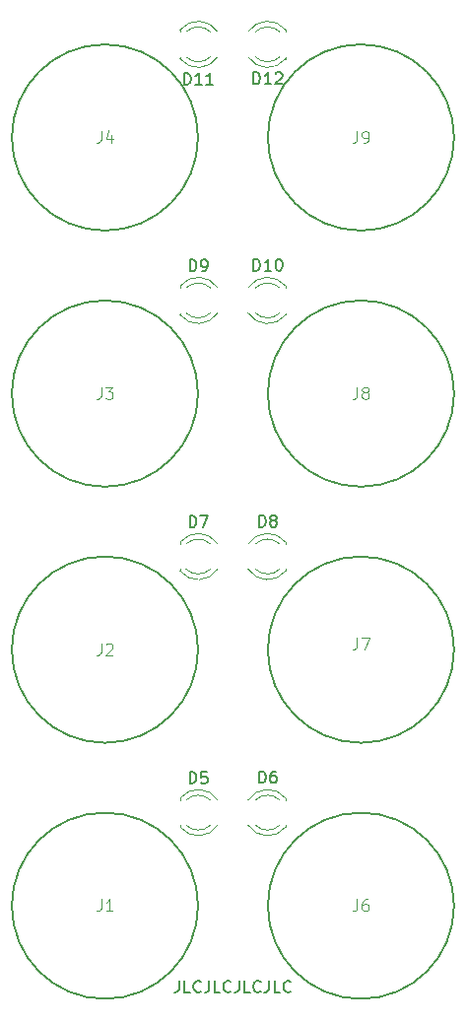
<source format=gbr>
G04 #@! TF.GenerationSoftware,KiCad,Pcbnew,5.0.2+dfsg1-1*
G04 #@! TF.CreationDate,2020-04-26T20:48:58+02:00*
G04 #@! TF.ProjectId,midirouter,6d696469-726f-4757-9465-722e6b696361,rev?*
G04 #@! TF.SameCoordinates,Original*
G04 #@! TF.FileFunction,Legend,Top*
G04 #@! TF.FilePolarity,Positive*
%FSLAX46Y46*%
G04 Gerber Fmt 4.6, Leading zero omitted, Abs format (unit mm)*
G04 Created by KiCad (PCBNEW 5.0.2+dfsg1-1) date Sun 26 Apr 2020 08:48:58 PM CEST*
%MOMM*%
%LPD*%
G01*
G04 APERTURE LIST*
%ADD10C,0.150000*%
%ADD11C,0.120000*%
%ADD12C,0.127000*%
%ADD13C,0.050000*%
G04 APERTURE END LIST*
D10*
X90380952Y-149452380D02*
X90380952Y-150166666D01*
X90333333Y-150309523D01*
X90238095Y-150404761D01*
X90095238Y-150452380D01*
X90000000Y-150452380D01*
X91333333Y-150452380D02*
X90857142Y-150452380D01*
X90857142Y-149452380D01*
X92238095Y-150357142D02*
X92190476Y-150404761D01*
X92047619Y-150452380D01*
X91952380Y-150452380D01*
X91809523Y-150404761D01*
X91714285Y-150309523D01*
X91666666Y-150214285D01*
X91619047Y-150023809D01*
X91619047Y-149880952D01*
X91666666Y-149690476D01*
X91714285Y-149595238D01*
X91809523Y-149500000D01*
X91952380Y-149452380D01*
X92047619Y-149452380D01*
X92190476Y-149500000D01*
X92238095Y-149547619D01*
X92952380Y-149452380D02*
X92952380Y-150166666D01*
X92904761Y-150309523D01*
X92809523Y-150404761D01*
X92666666Y-150452380D01*
X92571428Y-150452380D01*
X93904761Y-150452380D02*
X93428571Y-150452380D01*
X93428571Y-149452380D01*
X94809523Y-150357142D02*
X94761904Y-150404761D01*
X94619047Y-150452380D01*
X94523809Y-150452380D01*
X94380952Y-150404761D01*
X94285714Y-150309523D01*
X94238095Y-150214285D01*
X94190476Y-150023809D01*
X94190476Y-149880952D01*
X94238095Y-149690476D01*
X94285714Y-149595238D01*
X94380952Y-149500000D01*
X94523809Y-149452380D01*
X94619047Y-149452380D01*
X94761904Y-149500000D01*
X94809523Y-149547619D01*
X95523809Y-149452380D02*
X95523809Y-150166666D01*
X95476190Y-150309523D01*
X95380952Y-150404761D01*
X95238095Y-150452380D01*
X95142857Y-150452380D01*
X96476190Y-150452380D02*
X96000000Y-150452380D01*
X96000000Y-149452380D01*
X97380952Y-150357142D02*
X97333333Y-150404761D01*
X97190476Y-150452380D01*
X97095238Y-150452380D01*
X96952380Y-150404761D01*
X96857142Y-150309523D01*
X96809523Y-150214285D01*
X96761904Y-150023809D01*
X96761904Y-149880952D01*
X96809523Y-149690476D01*
X96857142Y-149595238D01*
X96952380Y-149500000D01*
X97095238Y-149452380D01*
X97190476Y-149452380D01*
X97333333Y-149500000D01*
X97380952Y-149547619D01*
X98095238Y-149452380D02*
X98095238Y-150166666D01*
X98047619Y-150309523D01*
X97952380Y-150404761D01*
X97809523Y-150452380D01*
X97714285Y-150452380D01*
X99047619Y-150452380D02*
X98571428Y-150452380D01*
X98571428Y-149452380D01*
X99952380Y-150357142D02*
X99904761Y-150404761D01*
X99761904Y-150452380D01*
X99666666Y-150452380D01*
X99523809Y-150404761D01*
X99428571Y-150309523D01*
X99380952Y-150214285D01*
X99333333Y-150023809D01*
X99333333Y-149880952D01*
X99380952Y-149690476D01*
X99428571Y-149595238D01*
X99523809Y-149500000D01*
X99666666Y-149452380D01*
X99761904Y-149452380D01*
X99904761Y-149500000D01*
X99952380Y-149547619D01*
D11*
G04 #@! TO.C,D12*
X99540000Y-67920000D02*
X99540000Y-67764000D01*
X99540000Y-70236000D02*
X99540000Y-70080000D01*
X96938870Y-67920163D02*
G75*
G02X99020961Y-67920000I1041130J-1079837D01*
G01*
X96938870Y-70079837D02*
G75*
G03X99020961Y-70080000I1041130J1079837D01*
G01*
X96307665Y-67921392D02*
G75*
G02X99540000Y-67764484I1672335J-1078608D01*
G01*
X96307665Y-70078608D02*
G75*
G03X99540000Y-70235516I1672335J1078608D01*
G01*
G04 #@! TO.C,D11*
X90460000Y-70080000D02*
X90460000Y-70236000D01*
X90460000Y-67764000D02*
X90460000Y-67920000D01*
X93061130Y-70079837D02*
G75*
G02X90979039Y-70080000I-1041130J1079837D01*
G01*
X93061130Y-67920163D02*
G75*
G03X90979039Y-67920000I-1041130J-1079837D01*
G01*
X93692335Y-70078608D02*
G75*
G02X90460000Y-70235516I-1672335J1078608D01*
G01*
X93692335Y-67921392D02*
G75*
G03X90460000Y-67764484I-1672335J-1078608D01*
G01*
G04 #@! TO.C,D10*
X96307665Y-92078608D02*
G75*
G03X99540000Y-92235516I1672335J1078608D01*
G01*
X96307665Y-89921392D02*
G75*
G02X99540000Y-89764484I1672335J-1078608D01*
G01*
X96938870Y-92079837D02*
G75*
G03X99020961Y-92080000I1041130J1079837D01*
G01*
X96938870Y-89920163D02*
G75*
G02X99020961Y-89920000I1041130J-1079837D01*
G01*
X99540000Y-92236000D02*
X99540000Y-92080000D01*
X99540000Y-89920000D02*
X99540000Y-89764000D01*
G04 #@! TO.C,D9*
X93692335Y-89921392D02*
G75*
G03X90460000Y-89764484I-1672335J-1078608D01*
G01*
X93692335Y-92078608D02*
G75*
G02X90460000Y-92235516I-1672335J1078608D01*
G01*
X93061130Y-89920163D02*
G75*
G03X90979039Y-89920000I-1041130J-1079837D01*
G01*
X93061130Y-92079837D02*
G75*
G02X90979039Y-92080000I-1041130J1079837D01*
G01*
X90460000Y-89764000D02*
X90460000Y-89920000D01*
X90460000Y-92080000D02*
X90460000Y-92236000D01*
G04 #@! TO.C,D8*
X99540000Y-111920000D02*
X99540000Y-111764000D01*
X99540000Y-114236000D02*
X99540000Y-114080000D01*
X96938870Y-111920163D02*
G75*
G02X99020961Y-111920000I1041130J-1079837D01*
G01*
X96938870Y-114079837D02*
G75*
G03X99020961Y-114080000I1041130J1079837D01*
G01*
X96307665Y-111921392D02*
G75*
G02X99540000Y-111764484I1672335J-1078608D01*
G01*
X96307665Y-114078608D02*
G75*
G03X99540000Y-114235516I1672335J1078608D01*
G01*
G04 #@! TO.C,D7*
X90460000Y-114080000D02*
X90460000Y-114236000D01*
X90460000Y-111764000D02*
X90460000Y-111920000D01*
X93061130Y-114079837D02*
G75*
G02X90979039Y-114080000I-1041130J1079837D01*
G01*
X93061130Y-111920163D02*
G75*
G03X90979039Y-111920000I-1041130J-1079837D01*
G01*
X93692335Y-114078608D02*
G75*
G02X90460000Y-114235516I-1672335J1078608D01*
G01*
X93692335Y-111921392D02*
G75*
G03X90460000Y-111764484I-1672335J-1078608D01*
G01*
G04 #@! TO.C,D6*
X96307665Y-136078608D02*
G75*
G03X99540000Y-136235516I1672335J1078608D01*
G01*
X96307665Y-133921392D02*
G75*
G02X99540000Y-133764484I1672335J-1078608D01*
G01*
X96938870Y-136079837D02*
G75*
G03X99020961Y-136080000I1041130J1079837D01*
G01*
X96938870Y-133920163D02*
G75*
G02X99020961Y-133920000I1041130J-1079837D01*
G01*
X99540000Y-136236000D02*
X99540000Y-136080000D01*
X99540000Y-133920000D02*
X99540000Y-133764000D01*
G04 #@! TO.C,D5*
X93692335Y-133921392D02*
G75*
G03X90460000Y-133764484I-1672335J-1078608D01*
G01*
X93692335Y-136078608D02*
G75*
G02X90460000Y-136235516I-1672335J1078608D01*
G01*
X93061130Y-133920163D02*
G75*
G03X90979039Y-133920000I-1041130J-1079837D01*
G01*
X93061130Y-136079837D02*
G75*
G02X90979039Y-136080000I-1041130J1079837D01*
G01*
X90460000Y-133764000D02*
X90460000Y-133920000D01*
X90460000Y-136080000D02*
X90460000Y-136236000D01*
D12*
G04 #@! TO.C,J9*
X114000000Y-77000000D02*
G75*
G03X114000000Y-77000000I-8000000J0D01*
G01*
G04 #@! TO.C,J8*
X114000000Y-99000000D02*
G75*
G03X114000000Y-99000000I-8000000J0D01*
G01*
G04 #@! TO.C,J7*
X114000000Y-121000000D02*
G75*
G03X114000000Y-121000000I-8000000J0D01*
G01*
G04 #@! TO.C,J6*
X114000000Y-143000000D02*
G75*
G03X114000000Y-143000000I-8000000J0D01*
G01*
G04 #@! TO.C,J4*
X92000000Y-77000000D02*
G75*
G03X92000000Y-77000000I-8000000J0D01*
G01*
G04 #@! TO.C,J3*
X92000000Y-99000000D02*
G75*
G03X92000000Y-99000000I-8000000J0D01*
G01*
G04 #@! TO.C,J2*
X92000000Y-121000000D02*
G75*
G03X92000000Y-121000000I-8000000J0D01*
G01*
G04 #@! TO.C,J1*
X92000000Y-143000000D02*
G75*
G03X92000000Y-143000000I-8000000J0D01*
G01*
G04 #@! TO.C,D12*
D10*
X96765714Y-72412380D02*
X96765714Y-71412380D01*
X97003809Y-71412380D01*
X97146666Y-71460000D01*
X97241904Y-71555238D01*
X97289523Y-71650476D01*
X97337142Y-71840952D01*
X97337142Y-71983809D01*
X97289523Y-72174285D01*
X97241904Y-72269523D01*
X97146666Y-72364761D01*
X97003809Y-72412380D01*
X96765714Y-72412380D01*
X98289523Y-72412380D02*
X97718095Y-72412380D01*
X98003809Y-72412380D02*
X98003809Y-71412380D01*
X97908571Y-71555238D01*
X97813333Y-71650476D01*
X97718095Y-71698095D01*
X98670476Y-71507619D02*
X98718095Y-71460000D01*
X98813333Y-71412380D01*
X99051428Y-71412380D01*
X99146666Y-71460000D01*
X99194285Y-71507619D01*
X99241904Y-71602857D01*
X99241904Y-71698095D01*
X99194285Y-71840952D01*
X98622857Y-72412380D01*
X99241904Y-72412380D01*
G04 #@! TO.C,D11*
X90805714Y-72452380D02*
X90805714Y-71452380D01*
X91043809Y-71452380D01*
X91186666Y-71500000D01*
X91281904Y-71595238D01*
X91329523Y-71690476D01*
X91377142Y-71880952D01*
X91377142Y-72023809D01*
X91329523Y-72214285D01*
X91281904Y-72309523D01*
X91186666Y-72404761D01*
X91043809Y-72452380D01*
X90805714Y-72452380D01*
X92329523Y-72452380D02*
X91758095Y-72452380D01*
X92043809Y-72452380D02*
X92043809Y-71452380D01*
X91948571Y-71595238D01*
X91853333Y-71690476D01*
X91758095Y-71738095D01*
X93281904Y-72452380D02*
X92710476Y-72452380D01*
X92996190Y-72452380D02*
X92996190Y-71452380D01*
X92900952Y-71595238D01*
X92805714Y-71690476D01*
X92710476Y-71738095D01*
G04 #@! TO.C,D10*
X96765714Y-88452380D02*
X96765714Y-87452380D01*
X97003809Y-87452380D01*
X97146666Y-87500000D01*
X97241904Y-87595238D01*
X97289523Y-87690476D01*
X97337142Y-87880952D01*
X97337142Y-88023809D01*
X97289523Y-88214285D01*
X97241904Y-88309523D01*
X97146666Y-88404761D01*
X97003809Y-88452380D01*
X96765714Y-88452380D01*
X98289523Y-88452380D02*
X97718095Y-88452380D01*
X98003809Y-88452380D02*
X98003809Y-87452380D01*
X97908571Y-87595238D01*
X97813333Y-87690476D01*
X97718095Y-87738095D01*
X98908571Y-87452380D02*
X99003809Y-87452380D01*
X99099047Y-87500000D01*
X99146666Y-87547619D01*
X99194285Y-87642857D01*
X99241904Y-87833333D01*
X99241904Y-88071428D01*
X99194285Y-88261904D01*
X99146666Y-88357142D01*
X99099047Y-88404761D01*
X99003809Y-88452380D01*
X98908571Y-88452380D01*
X98813333Y-88404761D01*
X98765714Y-88357142D01*
X98718095Y-88261904D01*
X98670476Y-88071428D01*
X98670476Y-87833333D01*
X98718095Y-87642857D01*
X98765714Y-87547619D01*
X98813333Y-87500000D01*
X98908571Y-87452380D01*
G04 #@! TO.C,D9*
X91281904Y-88492380D02*
X91281904Y-87492380D01*
X91520000Y-87492380D01*
X91662857Y-87540000D01*
X91758095Y-87635238D01*
X91805714Y-87730476D01*
X91853333Y-87920952D01*
X91853333Y-88063809D01*
X91805714Y-88254285D01*
X91758095Y-88349523D01*
X91662857Y-88444761D01*
X91520000Y-88492380D01*
X91281904Y-88492380D01*
X92329523Y-88492380D02*
X92520000Y-88492380D01*
X92615238Y-88444761D01*
X92662857Y-88397142D01*
X92758095Y-88254285D01*
X92805714Y-88063809D01*
X92805714Y-87682857D01*
X92758095Y-87587619D01*
X92710476Y-87540000D01*
X92615238Y-87492380D01*
X92424761Y-87492380D01*
X92329523Y-87540000D01*
X92281904Y-87587619D01*
X92234285Y-87682857D01*
X92234285Y-87920952D01*
X92281904Y-88016190D01*
X92329523Y-88063809D01*
X92424761Y-88111428D01*
X92615238Y-88111428D01*
X92710476Y-88063809D01*
X92758095Y-88016190D01*
X92805714Y-87920952D01*
G04 #@! TO.C,D8*
X97241904Y-110452380D02*
X97241904Y-109452380D01*
X97480000Y-109452380D01*
X97622857Y-109500000D01*
X97718095Y-109595238D01*
X97765714Y-109690476D01*
X97813333Y-109880952D01*
X97813333Y-110023809D01*
X97765714Y-110214285D01*
X97718095Y-110309523D01*
X97622857Y-110404761D01*
X97480000Y-110452380D01*
X97241904Y-110452380D01*
X98384761Y-109880952D02*
X98289523Y-109833333D01*
X98241904Y-109785714D01*
X98194285Y-109690476D01*
X98194285Y-109642857D01*
X98241904Y-109547619D01*
X98289523Y-109500000D01*
X98384761Y-109452380D01*
X98575238Y-109452380D01*
X98670476Y-109500000D01*
X98718095Y-109547619D01*
X98765714Y-109642857D01*
X98765714Y-109690476D01*
X98718095Y-109785714D01*
X98670476Y-109833333D01*
X98575238Y-109880952D01*
X98384761Y-109880952D01*
X98289523Y-109928571D01*
X98241904Y-109976190D01*
X98194285Y-110071428D01*
X98194285Y-110261904D01*
X98241904Y-110357142D01*
X98289523Y-110404761D01*
X98384761Y-110452380D01*
X98575238Y-110452380D01*
X98670476Y-110404761D01*
X98718095Y-110357142D01*
X98765714Y-110261904D01*
X98765714Y-110071428D01*
X98718095Y-109976190D01*
X98670476Y-109928571D01*
X98575238Y-109880952D01*
G04 #@! TO.C,D7*
X91281904Y-110492380D02*
X91281904Y-109492380D01*
X91520000Y-109492380D01*
X91662857Y-109540000D01*
X91758095Y-109635238D01*
X91805714Y-109730476D01*
X91853333Y-109920952D01*
X91853333Y-110063809D01*
X91805714Y-110254285D01*
X91758095Y-110349523D01*
X91662857Y-110444761D01*
X91520000Y-110492380D01*
X91281904Y-110492380D01*
X92186666Y-109492380D02*
X92853333Y-109492380D01*
X92424761Y-110492380D01*
G04 #@! TO.C,D6*
X97241904Y-132452380D02*
X97241904Y-131452380D01*
X97480000Y-131452380D01*
X97622857Y-131500000D01*
X97718095Y-131595238D01*
X97765714Y-131690476D01*
X97813333Y-131880952D01*
X97813333Y-132023809D01*
X97765714Y-132214285D01*
X97718095Y-132309523D01*
X97622857Y-132404761D01*
X97480000Y-132452380D01*
X97241904Y-132452380D01*
X98670476Y-131452380D02*
X98480000Y-131452380D01*
X98384761Y-131500000D01*
X98337142Y-131547619D01*
X98241904Y-131690476D01*
X98194285Y-131880952D01*
X98194285Y-132261904D01*
X98241904Y-132357142D01*
X98289523Y-132404761D01*
X98384761Y-132452380D01*
X98575238Y-132452380D01*
X98670476Y-132404761D01*
X98718095Y-132357142D01*
X98765714Y-132261904D01*
X98765714Y-132023809D01*
X98718095Y-131928571D01*
X98670476Y-131880952D01*
X98575238Y-131833333D01*
X98384761Y-131833333D01*
X98289523Y-131880952D01*
X98241904Y-131928571D01*
X98194285Y-132023809D01*
G04 #@! TO.C,D5*
X91281904Y-132492380D02*
X91281904Y-131492380D01*
X91520000Y-131492380D01*
X91662857Y-131540000D01*
X91758095Y-131635238D01*
X91805714Y-131730476D01*
X91853333Y-131920952D01*
X91853333Y-132063809D01*
X91805714Y-132254285D01*
X91758095Y-132349523D01*
X91662857Y-132444761D01*
X91520000Y-132492380D01*
X91281904Y-132492380D01*
X92758095Y-131492380D02*
X92281904Y-131492380D01*
X92234285Y-131968571D01*
X92281904Y-131920952D01*
X92377142Y-131873333D01*
X92615238Y-131873333D01*
X92710476Y-131920952D01*
X92758095Y-131968571D01*
X92805714Y-132063809D01*
X92805714Y-132301904D01*
X92758095Y-132397142D01*
X92710476Y-132444761D01*
X92615238Y-132492380D01*
X92377142Y-132492380D01*
X92281904Y-132444761D01*
X92234285Y-132397142D01*
G04 #@! TO.C,J9*
D13*
X105664180Y-76448295D02*
X105664180Y-77167910D01*
X105616205Y-77311832D01*
X105520257Y-77407781D01*
X105376334Y-77455755D01*
X105280385Y-77455755D01*
X106191897Y-77455755D02*
X106383794Y-77455755D01*
X106479742Y-77407781D01*
X106527717Y-77359807D01*
X106623665Y-77215884D01*
X106671640Y-77023987D01*
X106671640Y-76640192D01*
X106623665Y-76544244D01*
X106575691Y-76496270D01*
X106479742Y-76448295D01*
X106287845Y-76448295D01*
X106191897Y-76496270D01*
X106143922Y-76544244D01*
X106095948Y-76640192D01*
X106095948Y-76880064D01*
X106143922Y-76976012D01*
X106191897Y-77023987D01*
X106287845Y-77071961D01*
X106479742Y-77071961D01*
X106575691Y-77023987D01*
X106623665Y-76976012D01*
X106671640Y-76880064D01*
G04 #@! TO.C,J8*
X105664180Y-98448295D02*
X105664180Y-99167910D01*
X105616205Y-99311832D01*
X105520257Y-99407781D01*
X105376334Y-99455755D01*
X105280385Y-99455755D01*
X106287845Y-98880064D02*
X106191897Y-98832090D01*
X106143922Y-98784115D01*
X106095948Y-98688167D01*
X106095948Y-98640192D01*
X106143922Y-98544244D01*
X106191897Y-98496270D01*
X106287845Y-98448295D01*
X106479742Y-98448295D01*
X106575691Y-98496270D01*
X106623665Y-98544244D01*
X106671640Y-98640192D01*
X106671640Y-98688167D01*
X106623665Y-98784115D01*
X106575691Y-98832090D01*
X106479742Y-98880064D01*
X106287845Y-98880064D01*
X106191897Y-98928038D01*
X106143922Y-98976012D01*
X106095948Y-99071961D01*
X106095948Y-99263858D01*
X106143922Y-99359807D01*
X106191897Y-99407781D01*
X106287845Y-99455755D01*
X106479742Y-99455755D01*
X106575691Y-99407781D01*
X106623665Y-99359807D01*
X106671640Y-99263858D01*
X106671640Y-99071961D01*
X106623665Y-98976012D01*
X106575691Y-98928038D01*
X106479742Y-98880064D01*
G04 #@! TO.C,J7*
X105664180Y-119943795D02*
X105664180Y-120663410D01*
X105616205Y-120807332D01*
X105520257Y-120903281D01*
X105376334Y-120951255D01*
X105280385Y-120951255D01*
X106047974Y-119943795D02*
X106719614Y-119943795D01*
X106287845Y-120951255D01*
G04 #@! TO.C,J6*
X105664180Y-142448295D02*
X105664180Y-143167910D01*
X105616205Y-143311832D01*
X105520257Y-143407781D01*
X105376334Y-143455755D01*
X105280385Y-143455755D01*
X106575691Y-142448295D02*
X106383794Y-142448295D01*
X106287845Y-142496270D01*
X106239871Y-142544244D01*
X106143922Y-142688167D01*
X106095948Y-142880064D01*
X106095948Y-143263858D01*
X106143922Y-143359807D01*
X106191897Y-143407781D01*
X106287845Y-143455755D01*
X106479742Y-143455755D01*
X106575691Y-143407781D01*
X106623665Y-143359807D01*
X106671640Y-143263858D01*
X106671640Y-143023987D01*
X106623665Y-142928038D01*
X106575691Y-142880064D01*
X106479742Y-142832090D01*
X106287845Y-142832090D01*
X106191897Y-142880064D01*
X106143922Y-142928038D01*
X106095948Y-143023987D01*
G04 #@! TO.C,J4*
X83664180Y-76448295D02*
X83664180Y-77167910D01*
X83616205Y-77311832D01*
X83520257Y-77407781D01*
X83376334Y-77455755D01*
X83280385Y-77455755D01*
X84575691Y-76784115D02*
X84575691Y-77455755D01*
X84335820Y-76400321D02*
X84095948Y-77119935D01*
X84719614Y-77119935D01*
G04 #@! TO.C,J3*
X83664180Y-98448295D02*
X83664180Y-99167910D01*
X83616205Y-99311832D01*
X83520257Y-99407781D01*
X83376334Y-99455755D01*
X83280385Y-99455755D01*
X84047974Y-98448295D02*
X84671640Y-98448295D01*
X84335820Y-98832090D01*
X84479742Y-98832090D01*
X84575691Y-98880064D01*
X84623665Y-98928038D01*
X84671640Y-99023987D01*
X84671640Y-99263858D01*
X84623665Y-99359807D01*
X84575691Y-99407781D01*
X84479742Y-99455755D01*
X84191897Y-99455755D01*
X84095948Y-99407781D01*
X84047974Y-99359807D01*
G04 #@! TO.C,J2*
X83664180Y-120448295D02*
X83664180Y-121167910D01*
X83616205Y-121311832D01*
X83520257Y-121407781D01*
X83376334Y-121455755D01*
X83280385Y-121455755D01*
X84095948Y-120544244D02*
X84143922Y-120496270D01*
X84239871Y-120448295D01*
X84479742Y-120448295D01*
X84575691Y-120496270D01*
X84623665Y-120544244D01*
X84671640Y-120640192D01*
X84671640Y-120736141D01*
X84623665Y-120880064D01*
X84047974Y-121455755D01*
X84671640Y-121455755D01*
G04 #@! TO.C,J1*
X83664180Y-142448295D02*
X83664180Y-143167910D01*
X83616205Y-143311832D01*
X83520257Y-143407781D01*
X83376334Y-143455755D01*
X83280385Y-143455755D01*
X84671640Y-143455755D02*
X84095948Y-143455755D01*
X84383794Y-143455755D02*
X84383794Y-142448295D01*
X84287845Y-142592218D01*
X84191897Y-142688167D01*
X84095948Y-142736141D01*
G04 #@! TD*
M02*

</source>
